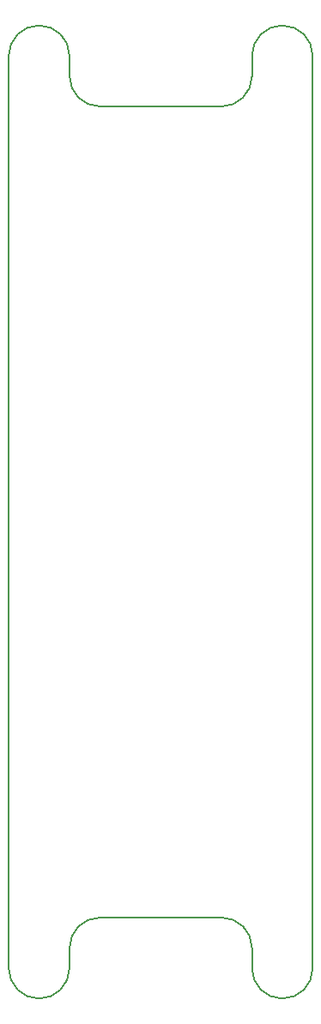
<source format=gbr>
%TF.GenerationSoftware,KiCad,Pcbnew,9.0.6*%
%TF.CreationDate,2025-12-05T19:39:21+03:00*%
%TF.ProjectId,PM_LED-18,504d5f4c-4544-42d3-9138-2e6b69636164,rev?*%
%TF.SameCoordinates,Original*%
%TF.FileFunction,Profile,NP*%
%FSLAX46Y46*%
G04 Gerber Fmt 4.6, Leading zero omitted, Abs format (unit mm)*
G04 Created by KiCad (PCBNEW 9.0.6) date 2025-12-05 19:39:21*
%MOMM*%
%LPD*%
G01*
G04 APERTURE LIST*
%TA.AperFunction,Profile*%
%ADD10C,0.200000*%
%TD*%
G04 APERTURE END LIST*
D10*
X-6000001Y39999999D02*
G75*
G02*
X-9000001Y42999999I1J3000001D01*
G01*
X14995708Y-45000000D02*
X14995708Y45000000D01*
X-12000000Y48000000D02*
G75*
G02*
X-9000000Y45000000I0J-3000000D01*
G01*
X-15000000Y45000000D02*
G75*
G02*
X-12000000Y48000000I3000000J0D01*
G01*
X-9000000Y-43000000D02*
G75*
G02*
X-6000000Y-40000000I3000000J0D01*
G01*
X9000001Y42999999D02*
G75*
G02*
X6000001Y39999999I-3000001J1D01*
G01*
X14995708Y-45000000D02*
G75*
G02*
X12000000Y-47995708I-2995708J0D01*
G01*
X-9000000Y-45000000D02*
G75*
G02*
X-12000000Y-48000000I-3000000J0D01*
G01*
X6000000Y-40000000D02*
G75*
G02*
X9000000Y-43000000I0J-3000000D01*
G01*
X-9000000Y43000000D02*
X-9000001Y45000001D01*
X-15000000Y45000000D02*
X-15000000Y-45000000D01*
X-12000000Y-48000000D02*
G75*
G02*
X-15000000Y-45000000I0J3000000D01*
G01*
X9000000Y42999999D02*
X8999999Y45000000D01*
X-6000000Y-40000000D02*
X6000000Y-40000000D01*
X-9000001Y-45000000D02*
X-9000000Y-42999999D01*
X8999999Y-45000001D02*
X9000000Y-43000000D01*
X12000000Y47995708D02*
G75*
G02*
X14995708Y45000000I0J-2995708D01*
G01*
X8999999Y45000001D02*
G75*
G02*
X11999999Y48000001I3000001J-1D01*
G01*
X-6000000Y39999999D02*
X6000000Y39999999D01*
X11999999Y-48000001D02*
G75*
G02*
X8999999Y-45000001I1J3000001D01*
G01*
M02*

</source>
